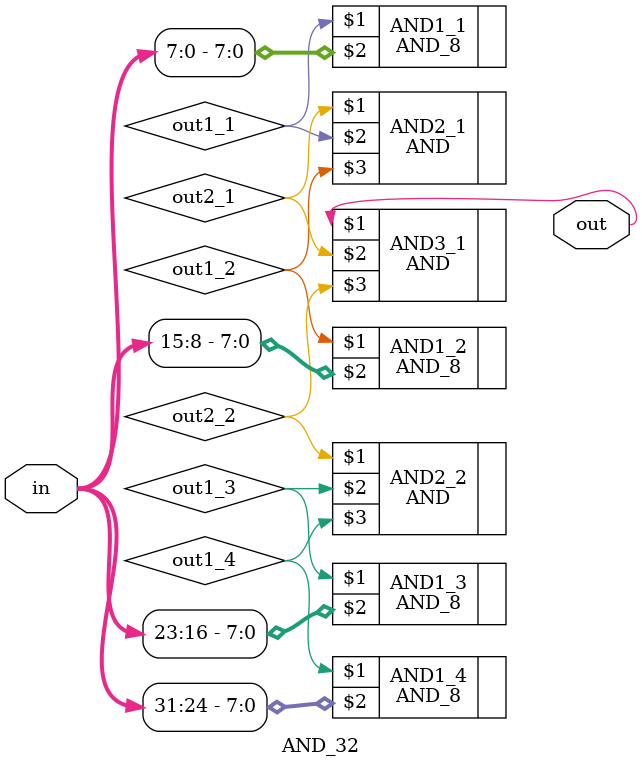
<source format=v>

/* This file is 32 AND
Xuhui Gong	21-09-11
*/
module AND_32(out, in);
	
	input [32:0] in;
	output  out;

	wire out1_1, out1_2, out1_3, out1_4, out2_1, out2_2;
	
	// Define 4 AND-8 and 3 AND-1
	AND_8 AND1_1(out1_1, in[7:0]);
	AND_8 AND1_2(out1_2, in[15:8]);
	AND_8 AND1_3(out1_3, in[23:16]);
	AND_8 AND1_4(out1_4, in[31:24]);
	
	AND AND2_1(out2_1, out1_1, out1_2);
	AND AND2_2(out2_2, out1_3, out1_4);
	
	AND AND3_1(out, out2_1, out2_2);
	



endmodule
</source>
